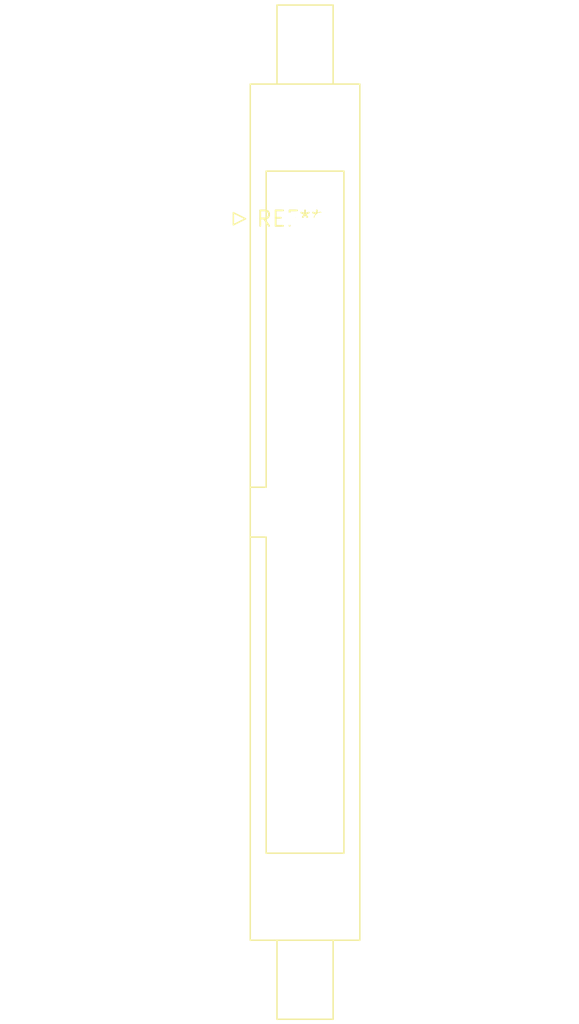
<source format=kicad_pcb>
(kicad_pcb (version 20240108) (generator pcbnew)
  (layers (0 "F.Cu" signal) (31 "B.Cu" signal) (34 "B.Paste" user) (35 "F.Paste" user) (36 "B.SilkS" user "B.Silkscreen") (37 "F.SilkS" user "F.Silkscreen") (38 "B.Mask" user) (39 "F.Mask" user) (44 "Edge.Cuts" user))
  (net 0 "")
  (footprint "IDC-Header_2x20_P2.54mm_Latch6.5mm_Vertical" (layer "F.Cu") (at 0 0)
    (property "Reference" "REF**")
    (property "Value" "IDC-Header_2x20_P2.54mm_Latch6.5mm_Vertical")
    (fp_line (start -4.63 -0.5) (end -4.63 0.5) (layer "F.SilkS") (stroke (width 0.12)))
    (fp_line (start -4.63 0.5) (end -3.63 0) (layer "F.SilkS") (stroke (width 0.12)))
    (fp_line (start -3.63 0) (end -4.63 -0.5) (layer "F.SilkS") (stroke (width 0.12)))
    (fp_line (start -3.24 -11.08) (end 5.78 -11.08) (layer "F.SilkS") (stroke (width 0.12)))
    (fp_line (start -3.24 22.08) (end -1.93 22.08) (layer "F.SilkS") (stroke (width 0.12)))
    (fp_line (start -3.24 59.34) (end -3.24 -11.08) (layer "F.SilkS") (stroke (width 0.12)))
    (fp_line (start -1.93 -3.92) (end 4.47 -3.92) (layer "F.SilkS") (stroke (width 0.12)))
    (fp_line (start -1.93 22.08) (end -1.93 -3.92) (layer "F.SilkS") (stroke (width 0.12)))
    (fp_line (start -1.93 26.18) (end -3.24 26.18) (layer "F.SilkS") (stroke (width 0.12)))
    (fp_line (start -1.93 26.18) (end -1.93 26.18) (layer "F.SilkS") (stroke (width 0.12)))
    (fp_line (start -1.93 52.18) (end -1.93 26.18) (layer "F.SilkS") (stroke (width 0.12)))
    (fp_line (start -1.04 -17.58) (end 3.58 -17.58) (layer "F.SilkS") (stroke (width 0.12)))
    (fp_line (start -1.04 -11.08) (end -1.04 -17.58) (layer "F.SilkS") (stroke (width 0.12)))
    (fp_line (start -1.04 59.34) (end -1.04 65.84) (layer "F.SilkS") (stroke (width 0.12)))
    (fp_line (start -1.04 65.84) (end 3.58 65.84) (layer "F.SilkS") (stroke (width 0.12)))
    (fp_line (start 3.58 -17.58) (end 3.58 -11.08) (layer "F.SilkS") (stroke (width 0.12)))
    (fp_line (start 3.58 65.84) (end 3.58 59.34) (layer "F.SilkS") (stroke (width 0.12)))
    (fp_line (start 4.47 -3.92) (end 4.47 52.18) (layer "F.SilkS") (stroke (width 0.12)))
    (fp_line (start 4.47 52.18) (end -1.93 52.18) (layer "F.SilkS") (stroke (width 0.12)))
    (fp_line (start 5.78 -11.08) (end 5.78 59.34) (layer "F.SilkS") (stroke (width 0.12)))
    (fp_line (start 5.78 59.34) (end -3.24 59.34) (layer "F.SilkS") (stroke (width 0.12)))
    (pad "1" thru_hole roundrect (at 0 0) (size 1.7 1.7) (drill 1) (layers *.Cu *.Mask) (remove_unused_layers) (roundrect_rratio 0.147059))
    (pad "2" thru_hole circle (at 2.54 0) (size 1.7 1.7) (drill 1) (layers *.Cu *.Mask) (remove_unused_layers))
    (pad "3" thru_hole circle (at 0 2.54) (size 1.7 1.7) (drill 1) (layers *.Cu *.Mask) (remove_unused_layers))
    (pad "4" thru_hole circle (at 2.54 2.54) (size 1.7 1.7) (drill 1) (layers *.Cu *.Mask) (remove_unused_layers))
    (pad "5" thru_hole circle (at 0 5.08) (size 1.7 1.7) (drill 1) (layers *.Cu *.Mask) (remove_unused_layers))
    (pad "6" thru_hole circle (at 2.54 5.08) (size 1.7 1.7) (drill 1) (layers *.Cu *.Mask) (remove_unused_layers))
    (pad "7" thru_hole circle (at 0 7.62) (size 1.7 1.7) (drill 1) (layers *.Cu *.Mask) (remove_unused_layers))
    (pad "8" thru_hole circle (at 2.54 7.62) (size 1.7 1.7) (drill 1) (layers *.Cu *.Mask) (remove_unused_layers))
    (pad "9" thru_hole circle (at 0 10.16) (size 1.7 1.7) (drill 1) (layers *.Cu *.Mask) (remove_unused_layers))
    (pad "10" thru_hole circle (at 2.54 10.16) (size 1.7 1.7) (drill 1) (layers *.Cu *.Mask) (remove_unused_layers))
    (pad "11" thru_hole circle (at 0 12.7) (size 1.7 1.7) (drill 1) (layers *.Cu *.Mask) (remove_unused_layers))
    (pad "12" thru_hole circle (at 2.54 12.7) (size 1.7 1.7) (drill 1) (layers *.Cu *.Mask) (remove_unused_layers))
    (pad "13" thru_hole circle (at 0 15.24) (size 1.7 1.7) (drill 1) (layers *.Cu *.Mask) (remove_unused_layers))
    (pad "14" thru_hole circle (at 2.54 15.24) (size 1.7 1.7) (drill 1) (layers *.Cu *.Mask) (remove_unused_layers))
    (pad "15" thru_hole circle (at 0 17.78) (size 1.7 1.7) (drill 1) (layers *.Cu *.Mask) (remove_unused_layers))
    (pad "16" thru_hole circle (at 2.54 17.78) (size 1.7 1.7) (drill 1) (layers *.Cu *.Mask) (remove_unused_layers))
    (pad "17" thru_hole circle (at 0 20.32) (size 1.7 1.7) (drill 1) (layers *.Cu *.Mask) (remove_unused_layers))
    (pad "18" thru_hole circle (at 2.54 20.32) (size 1.7 1.7) (drill 1) (layers *.Cu *.Mask) (remove_unused_layers))
    (pad "19" thru_hole circle (at 0 22.86) (size 1.7 1.7) (drill 1) (layers *.Cu *.Mask) (remove_unused_layers))
    (pad "20" thru_hole circle (at 2.54 22.86) (size 1.7 1.7) (drill 1) (layers *.Cu *.Mask) (remove_unused_layers))
    (pad "21" thru_hole circle (at 0 25.4) (size 1.7 1.7) (drill 1) (layers *.Cu *.Mask) (remove_unused_layers))
    (pad "22" thru_hole circle (at 2.54 25.4) (size 1.7 1.7) (drill 1) (layers *.Cu *.Mask) (remove_unused_layers))
    (pad "23" thru_hole circle (at 0 27.94) (size 1.7 1.7) (drill 1) (layers *.Cu *.Mask) (remove_unused_layers))
    (pad "24" thru_hole circle (at 2.54 27.94) (size 1.7 1.7) (drill 1) (layers *.Cu *.Mask) (remove_unused_layers))
    (pad "25" thru_hole circle (at 0 30.48) (size 1.7 1.7) (drill 1) (layers *.Cu *.Mask) (remove_unused_layers))
    (pad "26" thru_hole circle (at 2.54 30.48) (size 1.7 1.7) (drill 1) (layers *.Cu *.Mask) (remove_unused_layers))
    (pad "27" thru_hole circle (at 0 33.02) (size 1.7 1.7) (drill 1) (layers *.Cu *.Mask) (remove_unused_layers))
    (pad "28" thru_hole circle (at 2.54 33.02) (size 1.7 1.7) (drill 1) (layers *.Cu *.Mask) (remove_unused_layers))
    (pad "29" thru_hole circle (at 0 35.56) (size 1.7 1.7) (drill 1) (layers *.Cu *.Mask) (remove_unused_layers))
    (pad "30" thru_hole circle (at 2.54 35.56) (size 1.7 1.7) (drill 1) (layers *.Cu *.Mask) (remove_unused_layers))
    (pad "31" thru_hole circle (at 0 38.1) (size 1.7 1.7) (drill 1) (layers *.Cu *.Mask) (remove_unused_layers))
    (pad "32" thru_hole circle (at 2.54 38.1) (size 1.7 1.7) (drill 1) (layers *.Cu *.Mask) (remove_unused_layers))
    (pad "33" thru_hole circle (at 0 40.64) (size 1.7 1.7) (drill 1) (layers *.Cu *.Mask) (remove_unused_layers))
    (pad "34" thru_hole circle (at 2.54 40.64) (size 1.7 1.7) (drill 1) (layers *.Cu *.Mask) (remove_unused_layers))
    (pad "35" thru_hole circle (at 0 43.18) (size 1.7 1.7) (drill 1) (layers *.Cu *.Mask) (remove_unused_layers))
    (pad "36" thru_hole circle (at 2.54 43.18) (size 1.7 1.7) (drill 1) (layers *.Cu *.Mask) (remove_unused_layers))
    (pad "37" thru_hole circle (at 0 45.72) (size 1.7 1.7) (drill 1) (layers *.Cu *.Mask) (remove_unused_layers))
    (pad "38" thru_hole circle (at 2.54 45.72) (size 1.7 1.7) (drill 1) (layers *.Cu *.Mask) (remove_unused_layers))
    (pad "39" thru_hole circle (at 0 48.26) (size 1.7 1.7) (drill 1) (layers *.Cu *.Mask) (remove_unused_layers))
    (pad "40" thru_hole circle (at 2.54 48.26) (size 1.7 1.7) (drill 1) (layers *.Cu *.Mask) (remove_unused_layers))
  )
)
</source>
